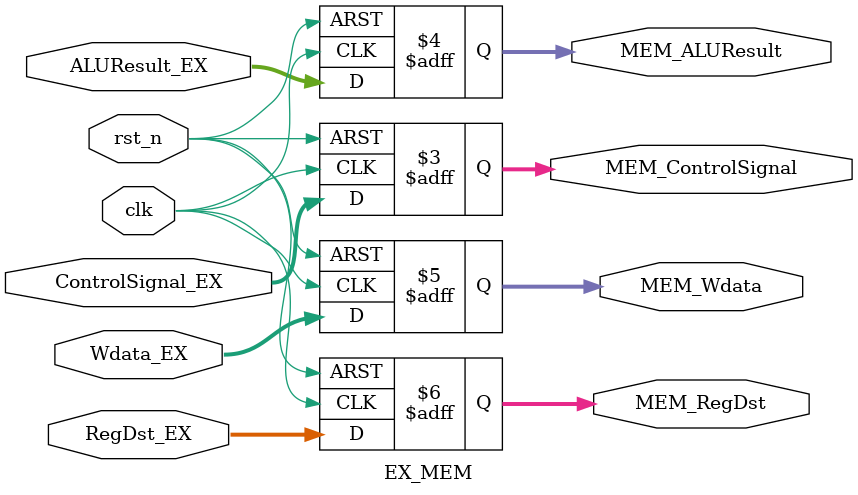
<source format=v>
`timescale 1ns/10ps
module EX_MEM(
    input clk, rst_n,
    input [2:0] ControlSignal_EX,
    input [31:0] ALUResult_EX, Wdata_EX,
    input [4:0] RegDst_EX,
    output reg [2:0] MEM_ControlSignal,
    output reg [31:0] MEM_ALUResult, MEM_Wdata,
    output reg [4:0] MEM_RegDst
);

always @(posedge clk, negedge rst_n) begin
if (!rst_n)
    {MEM_ControlSignal, MEM_ALUResult, MEM_Wdata, MEM_RegDst} <= 0;
else
    {MEM_ControlSignal, MEM_ALUResult, MEM_Wdata, MEM_RegDst}
    <= {ControlSignal_EX, ALUResult_EX, Wdata_EX, RegDst_EX};
end
endmodule
</source>
